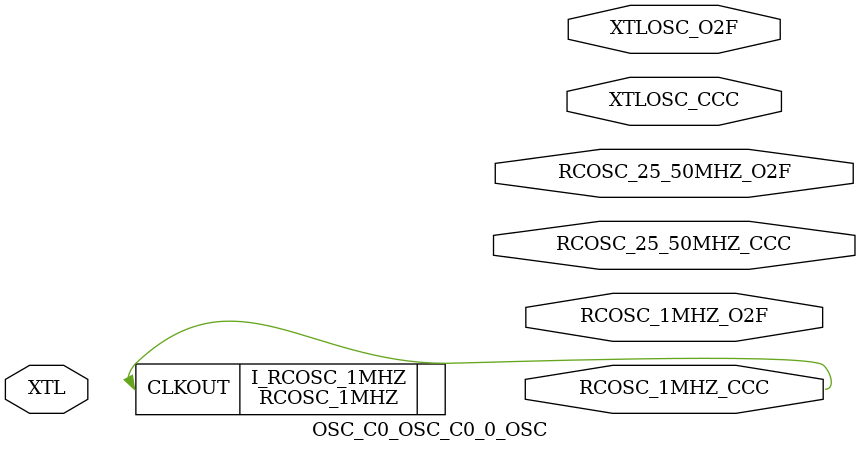
<source format=v>
`timescale 1 ns/100 ps


module OSC_C0_OSC_C0_0_OSC(
       XTL,
       RCOSC_25_50MHZ_CCC,
       RCOSC_25_50MHZ_O2F,
       RCOSC_1MHZ_CCC,
       RCOSC_1MHZ_O2F,
       XTLOSC_CCC,
       XTLOSC_O2F
    );
input  XTL;
output RCOSC_25_50MHZ_CCC;
output RCOSC_25_50MHZ_O2F;
output RCOSC_1MHZ_CCC;
output RCOSC_1MHZ_O2F;
output XTLOSC_CCC;
output XTLOSC_O2F;

    
    RCOSC_1MHZ I_RCOSC_1MHZ (.CLKOUT(RCOSC_1MHZ_CCC));
    
endmodule

</source>
